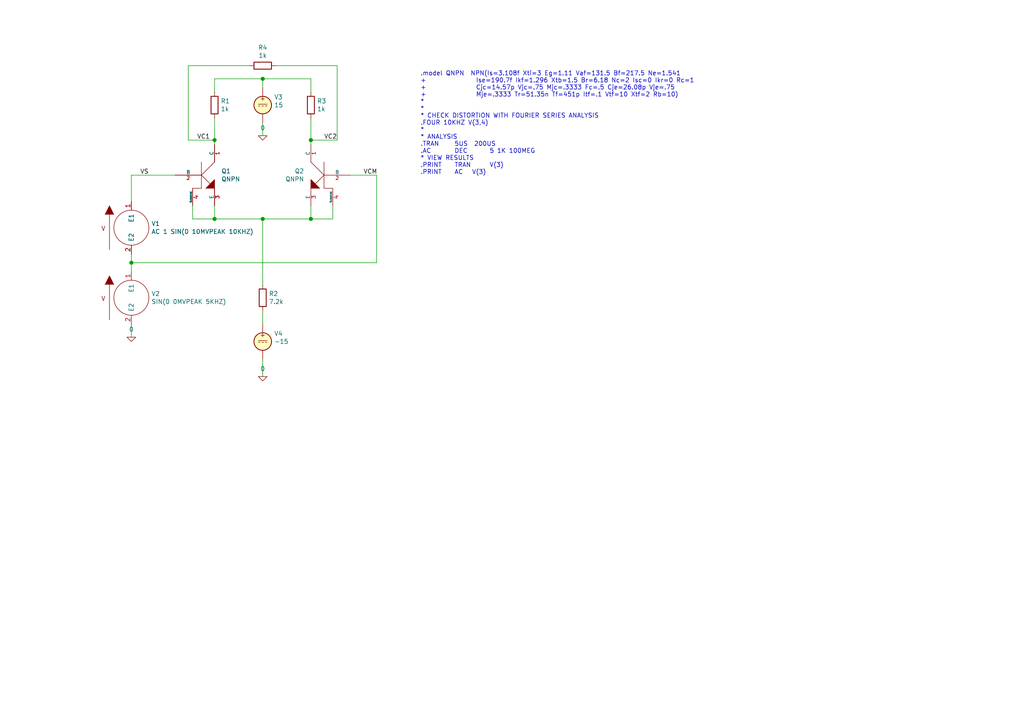
<source format=kicad_sch>
(kicad_sch (version 20210406) (generator eeschema)
  (paper "A4")
  (lib_symbols
    (symbol "Device:R" (pin_numbers hide) (pin_names (offset 0))
      (property "Reference" "R" (at 2.032 0 90))
      (property "Value" "R" (at 0 0 90))
      (symbol "R_0_1"
        (rectangle (start -1.016 -2.54) (end 1.016 2.54) (stroke (width 0.254)))
      )
      (symbol "R_1_1"
        (pin passive line (at 0 3.81 270) (length 1.27) (name "~") (number "1"))
        (pin passive line (at 0 -3.81 90) (length 1.27) (name "~") (number "2"))
      )
    )
    (symbol "Simulation_SPICE:VDC" (pin_numbers hide) (pin_names (offset 0.0254))
      (property "Reference" "V" (at 2.54 2.54 0))
      (property "Value" "VDC" (at 2.54 0 0))
      (property "Spice_Model" "dc(1)" (at 2.54 -2.54 0))
      (symbol "VDC_0_0"
        (text "+" (at 0 1.905 0) (effects (font (size 1.27 1.27))))
        (polyline (pts (xy -1.27 0.254) (xy 1.27 0.254)))
        (polyline (pts (xy -0.762 -0.254) (xy -1.27 -0.254)))
        (polyline (pts (xy 0.254 -0.254) (xy -0.254 -0.254)))
        (polyline (pts (xy 1.27 -0.254) (xy 0.762 -0.254)))
      )
      (symbol "VDC_0_1"
        (circle (center 0 0) (radius 2.54) (stroke (width 0.254)) (fill (type background)))
      )
      (symbol "VDC_1_1"
        (pin passive line (at 0 5.08 270) (length 2.54) (name "~") (number "1"))
        (pin passive line (at 0 -5.08 90) (length 2.54) (name "~") (number "2"))
      )
    )
    (symbol "pspice:0" (power) (pin_names (offset 0))
      (property "Value" "0" (at 0 -1.778 0))
      (symbol "0_0_1"
        (polyline (pts (xy -1.27 0) (xy 0 -1.27) (xy 1.27 0) (xy -1.27 0)))
      )
      (symbol "0_1_1"
        (pin power_in line (at 0 0 0) (length 0) hide (name "0") (number "1"))
      )
    )
    (symbol "pspice:QNPN" (pin_names (offset 0))
      (property "Reference" "Q" (at -2.54 7.62 0))
      (property "Value" "QNPN" (at -2.54 5.08 0))
      (symbol "QNPN_0_0"
        (polyline (pts (xy 0 0) (xy 3.81 -3.81)))
        (polyline (pts (xy 3.81 -3.81) (xy 3.81 -1.27) (xy 1.27 -3.81) (xy 3.81 -3.81)) (fill (type outline)))
      )
      (symbol "QNPN_0_1"
        (polyline (pts (xy 0 -3.81) (xy 0 3.81)))
        (polyline (pts (xy 0 0) (xy 3.81 3.81)))
        (polyline (pts (xy -2.54 -3.81) (xy 0 -3.81) (xy 0 -3.81) (xy 0 -3.81)))
      )
      (symbol "QNPN_1_1"
        (pin passive line (at 3.81 8.89 270) (length 5.08) (name "C") (number "1"))
        (pin input line (at -7.62 0 0) (length 7.62) (name "B") (number "2"))
        (pin passive line (at 3.81 -8.89 90) (length 5.08) (name "E") (number "3"))
        (pin input line (at -2.54 -8.89 90) (length 5.08) (name "Substrat") (number "4"))
      )
    )
    (symbol "pspice:VSOURCE" (pin_names (offset 1.016))
      (property "Reference" "V" (at -6.35 7.62 0))
      (property "Value" "VSOURCE" (at 0 0 0))
      (symbol "VSOURCE_0_1"
        (circle (center 0 0) (radius 5.08))
        (text "V" (at -8.128 -0.254 0) (effects (font (size 1.27 1.27))))
        (polyline (pts (xy -6.35 -6.35) (xy -6.35 3.81)) (fill (type outline)))
        (polyline (pts (xy -7.62 3.81) (xy -6.35 6.35) (xy -5.08 3.81)) (fill (type outline)))
      )
      (symbol "VSOURCE_1_1"
        (pin input line (at 0 7.62 270) (length 2.54) (name "E1") (number "1"))
        (pin input line (at 0 -7.62 90) (length 2.54) (name "E2") (number "2"))
      )
    )
  )
  (junction (at 38.1 76.2) (diameter 1.016))
  (junction (at 62.23 40.64) (diameter 1.016))
  (junction (at 62.23 63.5) (diameter 1.016))
  (junction (at 76.2 22.86) (diameter 1.016))
  (junction (at 76.2 63.5) (diameter 1.016))
  (junction (at 90.17 40.64) (diameter 1.016))
  (junction (at 90.17 63.5) (diameter 1.016))
  (wire (pts (xy 38.1 50.8) (xy 50.8 50.8)))
  (wire (pts (xy 38.1 58.42) (xy 38.1 50.8)))
  (wire (pts (xy 38.1 73.66) (xy 38.1 76.2)))
  (wire (pts (xy 38.1 76.2) (xy 38.1 78.74)))
  (wire (pts (xy 38.1 76.2) (xy 109.22 76.2)))
  (wire (pts (xy 38.1 97.79) (xy 38.1 93.98)))
  (wire (pts (xy 54.61 19.05) (xy 72.39 19.05)))
  (wire (pts (xy 54.61 40.64) (xy 54.61 19.05)))
  (wire (pts (xy 55.88 59.69) (xy 55.88 63.5)))
  (wire (pts (xy 55.88 63.5) (xy 62.23 63.5)))
  (wire (pts (xy 62.23 22.86) (xy 76.2 22.86)))
  (wire (pts (xy 62.23 26.67) (xy 62.23 22.86)))
  (wire (pts (xy 62.23 34.29) (xy 62.23 40.64)))
  (wire (pts (xy 62.23 40.64) (xy 54.61 40.64)))
  (wire (pts (xy 62.23 40.64) (xy 62.23 41.91)))
  (wire (pts (xy 62.23 59.69) (xy 62.23 63.5)))
  (wire (pts (xy 62.23 63.5) (xy 76.2 63.5)))
  (wire (pts (xy 76.2 22.86) (xy 76.2 25.4)))
  (wire (pts (xy 76.2 22.86) (xy 90.17 22.86)))
  (wire (pts (xy 76.2 39.37) (xy 76.2 35.56)))
  (wire (pts (xy 76.2 63.5) (xy 90.17 63.5)))
  (wire (pts (xy 76.2 82.55) (xy 76.2 63.5)))
  (wire (pts (xy 76.2 90.17) (xy 76.2 93.98)))
  (wire (pts (xy 76.2 104.14) (xy 76.2 109.22)))
  (wire (pts (xy 80.01 19.05) (xy 97.79 19.05)))
  (wire (pts (xy 90.17 22.86) (xy 90.17 26.67)))
  (wire (pts (xy 90.17 34.29) (xy 90.17 40.64)))
  (wire (pts (xy 90.17 40.64) (xy 90.17 41.91)))
  (wire (pts (xy 90.17 40.64) (xy 97.79 40.64)))
  (wire (pts (xy 90.17 63.5) (xy 90.17 59.69)))
  (wire (pts (xy 90.17 63.5) (xy 96.52 63.5)))
  (wire (pts (xy 96.52 63.5) (xy 96.52 59.69)))
  (wire (pts (xy 97.79 19.05) (xy 97.79 40.64)))
  (wire (pts (xy 109.22 50.8) (xy 101.6 50.8)))
  (wire (pts (xy 109.22 76.2) (xy 109.22 50.8)))
  (text ".model QNPN  NPN(Is=3.108f Xti=3 Eg=1.11 Vaf=131.5 Bf=217.5 Ne=1.541\n+               Ise=190.7f Ikf=1.296 Xtb=1.5 Br=6.18 Nc=2 Isc=0 Ikr=0 Rc=1\n+               Cjc=14.57p Vjc=.75 Mjc=.3333 Fc=.5 Cje=26.08p Vje=.75\n+               Mje=.3333 Tr=51.35n Tf=451p Itf=.1 Vtf=10 Xtf=2 Rb=10)\n*\n*\n* CHECK DISTORTION WITH FOURIER SERIES ANALYSIS\n.FOUR 10KHZ V(3,4)\n*\n* ANALYSIS\n.TRAN 	5US  200US\n.AC 	DEC 	5 1K 100MEG\n* VIEW RESULTS\n.PRINT	TRAN 	V(3)\n.PRINT	AC 	V(3)\n" (at 121.92 50.8 0) (effects (font (size 1.27 1.27)) (justify left bottom)))
  (label "VS" (at 40.64 50.8 0))
  (label "VC1" (at 57.15 40.64 0))
  (label "VC2" (at 93.98 40.64 0))
  (label "VCM" (at 105.41 50.8 0))
  (symbol (lib_id "pspice:0") (at 38.1 97.79 0) (unit 1)
    (property "Reference" "#GND01" (effects hide))
    (property "Value" "0" (at 38.1 95.5294 0))
  )
  (symbol (lib_id "pspice:0") (at 76.2 39.37 0) (unit 1)
    (property "Reference" "#GND02" (effects hide))
    (property "Value" "0" (at 76.2 37.1094 0))
  )
  (symbol (lib_id "pspice:0") (at 76.2 109.22 0) (unit 1)
    (property "Reference" "#GND03" (effects hide))
    (property "Value" "0" (at 76.2 106.9594 0))
  )
  (symbol (lib_id "Device:R") (at 62.23 30.48 0) (unit 1)
    (property "Reference" "R1" (at 64.008 29.3116 0) (effects (justify left)))
    (property "Value" "1k" (at 64.008 31.623 0) (effects (justify left)))
  )
  (symbol (lib_id "Device:R") (at 76.2 19.05 270) (unit 1)
    (property "Reference" "R4" (at 76.2 13.7922 90))
    (property "Value" "1k" (at 76.2 16.1036 90))
  )
  (symbol (lib_id "Device:R") (at 76.2 86.36 0) (unit 1)
    (property "Reference" "R2" (at 77.978 85.1916 0) (effects (justify left)))
    (property "Value" "7.2k" (at 77.978 87.503 0) (effects (justify left)))
  )
  (symbol (lib_id "Device:R") (at 90.17 30.48 0) (unit 1)
    (property "Reference" "R3" (at 91.948 29.3116 0) (effects (justify left)))
    (property "Value" "1k" (at 91.948 31.623 0) (effects (justify left)))
  )
  (symbol (lib_id "Simulation_SPICE:VDC") (at 76.2 30.48 0) (unit 1)
    (property "Reference" "V3" (at 79.502 28.1686 0) (effects (justify left)))
    (property "Value" "VDC" (at 79.502 30.48 0) (effects (justify left)))
    (property "Spice_Netlist_Enabled" "Y" (effects hide))
    (property "Spice_Primitive" "V" (effects hide))
    (property "Spice_Model" "dc(15)" (at 79.502 32.7914 0) (effects (justify left)))
  )
  (symbol (lib_id "Simulation_SPICE:VDC") (at 76.2 99.06 0) (unit 1)
    (property "Reference" "V4" (at 79.502 96.7486 0) (effects (justify left)))
    (property "Value" "VDC" (at 79.502 99.06 0) (effects (justify left)))
    (property "Spice_Netlist_Enabled" "Y" (effects hide))
    (property "Spice_Primitive" "V" (effects hide))
    (property "Spice_Model" "dc(-15)" (at 79.502 101.3714 0) (effects (justify left)))
  )
  (symbol (lib_id "pspice:VSOURCE") (at 38.1 66.04 0) (unit 1)
    (property "Reference" "V1" (at 43.8912 64.8716 0) (effects (justify left)))
    (property "Value" "AC 1 SIN(0 10MVPEAK 10KHZ)" (at 43.8912 67.183 0) (effects (justify left)))
  )
  (symbol (lib_id "pspice:VSOURCE") (at 38.1 86.36 0) (unit 1)
    (property "Reference" "V2" (at 43.8912 85.1916 0) (effects (justify left)))
    (property "Value" "SIN(0 0MVPEAK 5KHZ)" (at 43.8912 87.503 0) (effects (justify left)))
  )
  (symbol (lib_id "pspice:QNPN") (at 58.42 50.8 0) (unit 1)
    (property "Reference" "Q1" (at 64.1858 49.6316 0) (effects (justify left)))
    (property "Value" "QNPN" (at 64.1858 51.943 0) (effects (justify left)))
  )
  (symbol (lib_id "pspice:QNPN") (at 93.98 50.8 0) (mirror y) (unit 1)
    (property "Reference" "Q2" (at 88.2142 49.6316 0) (effects (justify left)))
    (property "Value" "QNPN" (at 88.2142 51.943 0) (effects (justify left)))
  )
)
</source>
